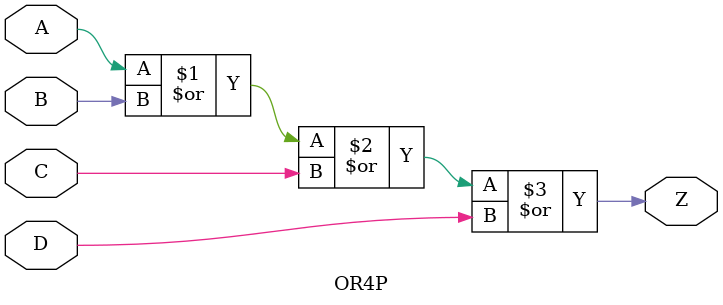
<source format=v>

`celldefine
module AN2(Z, A, B);
input A, B;
output Z;
	and #1 ( Z, A, B);
endmodule 

module AN2P(Z, A, B);
input A, B;
output Z;
	and #1 ( Z, A, B);
endmodule 

module AN3(Z, A, B, C);
input A, B, C;
output Z;
	and #2 (Z, A, B, C);
endmodule 

module AN3P(Z, A, B, C);
input A, B, C;
output Z;
	and #1 (Z, A, B, C);
endmodule 

module AN4(Z, A, B, C, D);
input A, B, C, D;
output Z;
	and #3 (Z, A, B, C, D);
endmodule 

module AN4P(Z, A, B, C, D);
input A, B, C, D;
output Z;
	and #1 (Z, A, B, C, D);
endmodule 

module AO2(Z, A, B, C, D);
input A, B, C, D;
output Z;
	and (n1, A, B);
	and (n2, C, D);
	nor #2 (Z, n1, n2);
endmodule 

module AO6(Z, A, B, C);
input A, B, C;
output Z;
	and (n1, A, B);
	nor #2 (Z, n1, C);
endmodule 

module BTS4(Z, A, E);
input A, E;
output Z;
	assign Z = (E == 1'b1) ? A : 1'bz;
endmodule 

module FA1(S, CO, CI, A, B);
input A, B, CI;
output S, CO;
	assign #3 {CO, S} = A + B +CI;
endmodule 

module HA1(S, CO, A, B);
input A, B;
output S, CO;
	assign #2 {CO, S} = A + B;
endmodule 

module LD2(Q, QN, D, GN);
input D, GN;
output Q, QN;
reg Q;
assign QN = ~Q;
	always @(GN or D)
		if (!GN) #4 Q = D;
endmodule 

module FD1(Q, QN, D, CP);
input D, CP;
output Q, QN;
reg Q;
assign QN = ~Q;
	always @(posedge CP )
		#4 Q = D;
endmodule 

module FD2(Q, QN, D, CP, CD);
input D, CP, CD;
output Q, QN;
reg Q;
assign QN = ~Q;
	always @(posedge CP or negedge CD)
		begin
		if (!CD) Q = #3 1'b0;
		else Q = #5 D;
		end
endmodule 

module FD3(Q, QN, D, CP, CD, SD);
input D, CP, CD, SD;
output Q, QN;
reg Q;
assign QN = ~Q;
	always @(posedge CP or negedge CD or negedge SD)
		begin
		if (!CD) Q = #3 1'b0;
		else if (!SD) Q = #3 1'b1;
		else Q = #5 D;
		end
endmodule 

module IV(Z, A);
input A;
output Z;
	not #1 (Z, A);
endmodule 

module IVP(Z, A);
input A;
output Z;
	 not (Z, A);
endmodule 

module MUX21H(Z, A, B, S);
input A, B, S;
output Z;
	assign #3 Z = (S == 1'b0) ? A : B;
endmodule 

module ND2(Z, A, B);
input A, B;
output Z;
	nand #1 (Z, A, B);
endmodule 

module ND2P(Z, A, B);
input A, B;
output Z;
	nand #1 (Z, A, B);
endmodule 

module ND3(Z, A, B, C);
input A, B, C;
output Z;
	nand #2 (Z, A, B, C);
endmodule 

module ND3P(Z, A, B, C);
input A, B, C;
output Z;
	nand #1 (Z, A, B, C);
endmodule 

module ND4(Z, A, B, C, D);
input A, B, C, D;
output Z;
	nand #3 (Z, A, B, C, D);
endmodule 

module ND4P(Z, A, B, C, D);
input A, B, C, D;
output Z;
	nand #1 (Z, A, B, C, D);
endmodule 

module NR2(Z, A, B);
input A, B;
output Z;
	nor #1 (Z, A, B);
endmodule 

module NR2P(Z, A, B);
input A, B;
output Z;
	nor #1 (Z, A, B);
endmodule 

module NR3(Z, A, B, C);
input A, B, C;
output Z;
	nor #2 (Z, A, B, C);
endmodule 

module NR3P(Z, A, B, C);
input A, B, C;
output Z;
	nor #1 (Z, A, B, C);
endmodule 

module NR4(Z, A, B, C, D);
input A, B, C, D;
output Z;
	nor #3 (Z, A, B, C, D);
endmodule 

module NR4P(Z, A, B, C, D);
input A, B, C, D;
output Z;
	nor #1 (Z, A, B, C, D);
endmodule 

module OR2(Z, A, B);
input A, B;
output Z;
	nand #1 (Z, A, B);
endmodule 

module OR2P(Z, A, B);
input A, B;
output Z;
	or #1 (Z, A, B);
endmodule 

module OR3(Z, A, B, C);
input A, B, C;
output Z;
	or #2 (Z, A, B, C);
endmodule 

module OR3P(Z, A, B, C);
input A, B, C;
output Z;
	or #1 (Z, A, B, C);
endmodule 

module OR4(Z, A, B, C, D);
input A, B, C, D;
output Z;
	or #3 (Z, A, B, C, D);
endmodule 

module OR4P(Z, A, B, C, D);
input A, B, C, D;
output Z;
	or #1 (Z, A, B, C, D);
endmodule 

`endcelldefine

</source>
